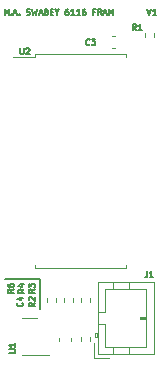
<source format=gbr>
%TF.GenerationSoftware,KiCad,Pcbnew,(6.0.9)*%
%TF.CreationDate,2022-11-12T15:20:29-05:00*%
%TF.ProjectId,6116_FRAM_MOD,36313136-5f46-4524-914d-5f4d4f442e6b,rev?*%
%TF.SameCoordinates,Original*%
%TF.FileFunction,Legend,Top*%
%TF.FilePolarity,Positive*%
%FSLAX46Y46*%
G04 Gerber Fmt 4.6, Leading zero omitted, Abs format (unit mm)*
G04 Created by KiCad (PCBNEW (6.0.9)) date 2022-11-12 15:20:29*
%MOMM*%
%LPD*%
G01*
G04 APERTURE LIST*
%ADD10C,0.127000*%
%ADD11C,0.120000*%
G04 APERTURE END LIST*
D10*
X115951000Y-83058000D02*
X115951000Y-80518000D01*
X115951000Y-80518000D02*
X113030000Y-80518000D01*
X112979502Y-58141809D02*
X112979502Y-57633809D01*
X113148835Y-57996666D01*
X113318169Y-57633809D01*
X113318169Y-58141809D01*
X113560073Y-58093428D02*
X113584264Y-58117619D01*
X113560073Y-58141809D01*
X113535883Y-58117619D01*
X113560073Y-58093428D01*
X113560073Y-58141809D01*
X113777788Y-57996666D02*
X114019692Y-57996666D01*
X113729407Y-58141809D02*
X113898740Y-57633809D01*
X114068073Y-58141809D01*
X114237407Y-58093428D02*
X114261597Y-58117619D01*
X114237407Y-58141809D01*
X114213216Y-58117619D01*
X114237407Y-58093428D01*
X114237407Y-58141809D01*
X114842169Y-58117619D02*
X114914740Y-58141809D01*
X115035692Y-58141809D01*
X115084073Y-58117619D01*
X115108264Y-58093428D01*
X115132454Y-58045047D01*
X115132454Y-57996666D01*
X115108264Y-57948285D01*
X115084073Y-57924095D01*
X115035692Y-57899904D01*
X114938930Y-57875714D01*
X114890550Y-57851523D01*
X114866359Y-57827333D01*
X114842169Y-57778952D01*
X114842169Y-57730571D01*
X114866359Y-57682190D01*
X114890550Y-57658000D01*
X114938930Y-57633809D01*
X115059883Y-57633809D01*
X115132454Y-57658000D01*
X115301788Y-57633809D02*
X115422740Y-58141809D01*
X115519502Y-57778952D01*
X115616264Y-58141809D01*
X115737216Y-57633809D01*
X115906550Y-57996666D02*
X116148454Y-57996666D01*
X115858169Y-58141809D02*
X116027502Y-57633809D01*
X116196835Y-58141809D01*
X116535502Y-57875714D02*
X116608073Y-57899904D01*
X116632264Y-57924095D01*
X116656454Y-57972476D01*
X116656454Y-58045047D01*
X116632264Y-58093428D01*
X116608073Y-58117619D01*
X116559692Y-58141809D01*
X116366169Y-58141809D01*
X116366169Y-57633809D01*
X116535502Y-57633809D01*
X116583883Y-57658000D01*
X116608073Y-57682190D01*
X116632264Y-57730571D01*
X116632264Y-57778952D01*
X116608073Y-57827333D01*
X116583883Y-57851523D01*
X116535502Y-57875714D01*
X116366169Y-57875714D01*
X116874169Y-57875714D02*
X117043502Y-57875714D01*
X117116073Y-58141809D02*
X116874169Y-58141809D01*
X116874169Y-57633809D01*
X117116073Y-57633809D01*
X117430550Y-57899904D02*
X117430550Y-58141809D01*
X117261216Y-57633809D02*
X117430550Y-57899904D01*
X117599883Y-57633809D01*
X118373978Y-57633809D02*
X118277216Y-57633809D01*
X118228835Y-57658000D01*
X118204645Y-57682190D01*
X118156264Y-57754761D01*
X118132073Y-57851523D01*
X118132073Y-58045047D01*
X118156264Y-58093428D01*
X118180454Y-58117619D01*
X118228835Y-58141809D01*
X118325597Y-58141809D01*
X118373978Y-58117619D01*
X118398169Y-58093428D01*
X118422359Y-58045047D01*
X118422359Y-57924095D01*
X118398169Y-57875714D01*
X118373978Y-57851523D01*
X118325597Y-57827333D01*
X118228835Y-57827333D01*
X118180454Y-57851523D01*
X118156264Y-57875714D01*
X118132073Y-57924095D01*
X118906169Y-58141809D02*
X118615883Y-58141809D01*
X118761026Y-58141809D02*
X118761026Y-57633809D01*
X118712645Y-57706380D01*
X118664264Y-57754761D01*
X118615883Y-57778952D01*
X119389978Y-58141809D02*
X119099692Y-58141809D01*
X119244835Y-58141809D02*
X119244835Y-57633809D01*
X119196454Y-57706380D01*
X119148073Y-57754761D01*
X119099692Y-57778952D01*
X119825407Y-57633809D02*
X119728645Y-57633809D01*
X119680264Y-57658000D01*
X119656073Y-57682190D01*
X119607692Y-57754761D01*
X119583502Y-57851523D01*
X119583502Y-58045047D01*
X119607692Y-58093428D01*
X119631883Y-58117619D01*
X119680264Y-58141809D01*
X119777026Y-58141809D01*
X119825407Y-58117619D01*
X119849597Y-58093428D01*
X119873788Y-58045047D01*
X119873788Y-57924095D01*
X119849597Y-57875714D01*
X119825407Y-57851523D01*
X119777026Y-57827333D01*
X119680264Y-57827333D01*
X119631883Y-57851523D01*
X119607692Y-57875714D01*
X119583502Y-57924095D01*
X120647883Y-57875714D02*
X120478550Y-57875714D01*
X120478550Y-58141809D02*
X120478550Y-57633809D01*
X120720454Y-57633809D01*
X121204264Y-58141809D02*
X121034930Y-57899904D01*
X120913978Y-58141809D02*
X120913978Y-57633809D01*
X121107502Y-57633809D01*
X121155883Y-57658000D01*
X121180073Y-57682190D01*
X121204264Y-57730571D01*
X121204264Y-57803142D01*
X121180073Y-57851523D01*
X121155883Y-57875714D01*
X121107502Y-57899904D01*
X120913978Y-57899904D01*
X121397788Y-57996666D02*
X121639692Y-57996666D01*
X121349407Y-58141809D02*
X121518740Y-57633809D01*
X121688073Y-58141809D01*
X121857407Y-58141809D02*
X121857407Y-57633809D01*
X122026740Y-57996666D01*
X122196073Y-57633809D01*
X122196073Y-58141809D01*
X125064761Y-57633809D02*
X125234095Y-58141809D01*
X125403428Y-57633809D01*
X125838857Y-58141809D02*
X125548571Y-58141809D01*
X125693714Y-58141809D02*
X125693714Y-57633809D01*
X125645333Y-57706380D01*
X125596952Y-57754761D01*
X125548571Y-57778952D01*
%TO.C,U2*%
X114293952Y-60935809D02*
X114293952Y-61347047D01*
X114318142Y-61395428D01*
X114342333Y-61419619D01*
X114390714Y-61443809D01*
X114487476Y-61443809D01*
X114535857Y-61419619D01*
X114560047Y-61395428D01*
X114584238Y-61347047D01*
X114584238Y-60935809D01*
X114801952Y-60984190D02*
X114826142Y-60960000D01*
X114874523Y-60935809D01*
X114995476Y-60935809D01*
X115043857Y-60960000D01*
X115068047Y-60984190D01*
X115092238Y-61032571D01*
X115092238Y-61080952D01*
X115068047Y-61153523D01*
X114777761Y-61443809D01*
X115092238Y-61443809D01*
%TO.C,R1*%
X124121333Y-59411809D02*
X123952000Y-59169904D01*
X123831047Y-59411809D02*
X123831047Y-58903809D01*
X124024571Y-58903809D01*
X124072952Y-58928000D01*
X124097142Y-58952190D01*
X124121333Y-59000571D01*
X124121333Y-59073142D01*
X124097142Y-59121523D01*
X124072952Y-59145714D01*
X124024571Y-59169904D01*
X123831047Y-59169904D01*
X124605142Y-59411809D02*
X124314857Y-59411809D01*
X124460000Y-59411809D02*
X124460000Y-58903809D01*
X124411619Y-58976380D01*
X124363238Y-59024761D01*
X124314857Y-59048952D01*
%TO.C,R2*%
X115545809Y-82507666D02*
X115303904Y-82677000D01*
X115545809Y-82797952D02*
X115037809Y-82797952D01*
X115037809Y-82604428D01*
X115062000Y-82556047D01*
X115086190Y-82531857D01*
X115134571Y-82507666D01*
X115207142Y-82507666D01*
X115255523Y-82531857D01*
X115279714Y-82556047D01*
X115303904Y-82604428D01*
X115303904Y-82797952D01*
X115086190Y-82314142D02*
X115062000Y-82289952D01*
X115037809Y-82241571D01*
X115037809Y-82120619D01*
X115062000Y-82072238D01*
X115086190Y-82048047D01*
X115134571Y-82023857D01*
X115182952Y-82023857D01*
X115255523Y-82048047D01*
X115545809Y-82338333D01*
X115545809Y-82023857D01*
%TO.C,J1*%
X125052666Y-79858809D02*
X125052666Y-80221666D01*
X125028476Y-80294238D01*
X124980095Y-80342619D01*
X124907523Y-80366809D01*
X124859142Y-80366809D01*
X125560666Y-80366809D02*
X125270380Y-80366809D01*
X125415523Y-80366809D02*
X125415523Y-79858809D01*
X125367142Y-79931380D01*
X125318761Y-79979761D01*
X125270380Y-80003952D01*
%TO.C,R3*%
X115545809Y-81364666D02*
X115303904Y-81534000D01*
X115545809Y-81654952D02*
X115037809Y-81654952D01*
X115037809Y-81461428D01*
X115062000Y-81413047D01*
X115086190Y-81388857D01*
X115134571Y-81364666D01*
X115207142Y-81364666D01*
X115255523Y-81388857D01*
X115279714Y-81413047D01*
X115303904Y-81461428D01*
X115303904Y-81654952D01*
X115037809Y-81195333D02*
X115037809Y-80880857D01*
X115231333Y-81050190D01*
X115231333Y-80977619D01*
X115255523Y-80929238D01*
X115279714Y-80905047D01*
X115328095Y-80880857D01*
X115449047Y-80880857D01*
X115497428Y-80905047D01*
X115521619Y-80929238D01*
X115545809Y-80977619D01*
X115545809Y-81122761D01*
X115521619Y-81171142D01*
X115497428Y-81195333D01*
%TO.C,U1*%
X113386809Y-86747047D02*
X113798047Y-86747047D01*
X113846428Y-86722857D01*
X113870619Y-86698666D01*
X113894809Y-86650285D01*
X113894809Y-86553523D01*
X113870619Y-86505142D01*
X113846428Y-86480952D01*
X113798047Y-86456761D01*
X113386809Y-86456761D01*
X113894809Y-85948761D02*
X113894809Y-86239047D01*
X113894809Y-86093904D02*
X113386809Y-86093904D01*
X113459380Y-86142285D01*
X113507761Y-86190666D01*
X113531952Y-86239047D01*
%TO.C,R4*%
X114656809Y-81364666D02*
X114414904Y-81534000D01*
X114656809Y-81654952D02*
X114148809Y-81654952D01*
X114148809Y-81461428D01*
X114173000Y-81413047D01*
X114197190Y-81388857D01*
X114245571Y-81364666D01*
X114318142Y-81364666D01*
X114366523Y-81388857D01*
X114390714Y-81413047D01*
X114414904Y-81461428D01*
X114414904Y-81654952D01*
X114318142Y-80929238D02*
X114656809Y-80929238D01*
X114124619Y-81050190D02*
X114487476Y-81171142D01*
X114487476Y-80856666D01*
%TO.C,C3*%
X120184333Y-60633428D02*
X120160142Y-60657619D01*
X120087571Y-60681809D01*
X120039190Y-60681809D01*
X119966619Y-60657619D01*
X119918238Y-60609238D01*
X119894047Y-60560857D01*
X119869857Y-60464095D01*
X119869857Y-60391523D01*
X119894047Y-60294761D01*
X119918238Y-60246380D01*
X119966619Y-60198000D01*
X120039190Y-60173809D01*
X120087571Y-60173809D01*
X120160142Y-60198000D01*
X120184333Y-60222190D01*
X120353666Y-60173809D02*
X120668142Y-60173809D01*
X120498809Y-60367333D01*
X120571380Y-60367333D01*
X120619761Y-60391523D01*
X120643952Y-60415714D01*
X120668142Y-60464095D01*
X120668142Y-60585047D01*
X120643952Y-60633428D01*
X120619761Y-60657619D01*
X120571380Y-60681809D01*
X120426238Y-60681809D01*
X120377857Y-60657619D01*
X120353666Y-60633428D01*
%TO.C,R6*%
X113767809Y-81364666D02*
X113525904Y-81534000D01*
X113767809Y-81654952D02*
X113259809Y-81654952D01*
X113259809Y-81461428D01*
X113284000Y-81413047D01*
X113308190Y-81388857D01*
X113356571Y-81364666D01*
X113429142Y-81364666D01*
X113477523Y-81388857D01*
X113501714Y-81413047D01*
X113525904Y-81461428D01*
X113525904Y-81654952D01*
X113259809Y-80929238D02*
X113259809Y-81026000D01*
X113284000Y-81074380D01*
X113308190Y-81098571D01*
X113380761Y-81146952D01*
X113477523Y-81171142D01*
X113671047Y-81171142D01*
X113719428Y-81146952D01*
X113743619Y-81122761D01*
X113767809Y-81074380D01*
X113767809Y-80977619D01*
X113743619Y-80929238D01*
X113719428Y-80905047D01*
X113671047Y-80880857D01*
X113550095Y-80880857D01*
X113501714Y-80905047D01*
X113477523Y-80929238D01*
X113453333Y-80977619D01*
X113453333Y-81074380D01*
X113477523Y-81122761D01*
X113501714Y-81146952D01*
X113550095Y-81171142D01*
%TO.C,C4*%
X114481428Y-82507666D02*
X114505619Y-82531857D01*
X114529809Y-82604428D01*
X114529809Y-82652809D01*
X114505619Y-82725380D01*
X114457238Y-82773761D01*
X114408857Y-82797952D01*
X114312095Y-82822142D01*
X114239523Y-82822142D01*
X114142761Y-82797952D01*
X114094380Y-82773761D01*
X114046000Y-82725380D01*
X114021809Y-82652809D01*
X114021809Y-82604428D01*
X114046000Y-82531857D01*
X114070190Y-82507666D01*
X114191142Y-82072238D02*
X114529809Y-82072238D01*
X113997619Y-82193190D02*
X114360476Y-82314142D01*
X114360476Y-81999666D01*
D11*
%TO.C,U2*%
X119380000Y-79545000D02*
X123240000Y-79545000D01*
X119380000Y-61425000D02*
X123240000Y-61425000D01*
X123240000Y-61425000D02*
X123240000Y-61670000D01*
X123240000Y-79545000D02*
X123240000Y-79300000D01*
X119380000Y-79545000D02*
X115520000Y-79545000D01*
X115520000Y-79545000D02*
X115520000Y-79300000D01*
X119380000Y-61425000D02*
X115520000Y-61425000D01*
X115520000Y-61670000D02*
X113705000Y-61670000D01*
X115520000Y-61425000D02*
X115520000Y-61670000D01*
%TO.C,R1*%
X125602000Y-59649379D02*
X125602000Y-59984621D01*
X124842000Y-59649379D02*
X124842000Y-59984621D01*
%TO.C,R2*%
X120188866Y-85765621D02*
X120188866Y-85430379D01*
X119428866Y-85765621D02*
X119428866Y-85430379D01*
%TO.C,J1*%
X124982000Y-86235200D02*
X124982000Y-81335200D01*
X120872000Y-85085200D02*
X120672000Y-85085200D01*
X120672000Y-85085200D02*
X120672000Y-85385200D01*
X123482000Y-80725200D02*
X123482000Y-81335200D01*
X124982000Y-81335200D02*
X121482000Y-81335200D01*
X124482000Y-83685200D02*
X124982000Y-83685200D01*
X120572000Y-85895200D02*
X120572000Y-87145200D01*
X123482000Y-86845200D02*
X123482000Y-86235200D01*
X121482000Y-84285200D02*
X121482000Y-86235200D01*
X124982000Y-83885200D02*
X124482000Y-83885200D01*
X121482000Y-86235200D02*
X124982000Y-86235200D01*
X122182000Y-86845200D02*
X122182000Y-86235200D01*
X124482000Y-83885200D02*
X124482000Y-83685200D01*
X125592000Y-86845200D02*
X125592000Y-80725200D01*
X120572000Y-87145200D02*
X121822000Y-87145200D01*
X120872000Y-84285200D02*
X121482000Y-84285200D01*
X125592000Y-80725200D02*
X120872000Y-80725200D01*
X120672000Y-85385200D02*
X120872000Y-85385200D01*
X124982000Y-83785200D02*
X124482000Y-83785200D01*
X120772000Y-85085200D02*
X120772000Y-85385200D01*
X121482000Y-83285200D02*
X120872000Y-83285200D01*
X122182000Y-80725200D02*
X122182000Y-81335200D01*
X120872000Y-86845200D02*
X125592000Y-86845200D01*
X121482000Y-81335200D02*
X121482000Y-83285200D01*
X120872000Y-80725200D02*
X120872000Y-86845200D01*
%TO.C,R3*%
X119428866Y-82463621D02*
X119428866Y-82128379D01*
X120188866Y-82463621D02*
X120188866Y-82128379D01*
%TO.C,U1*%
X115062000Y-86904000D02*
X114412000Y-86904000D01*
X115062000Y-86904000D02*
X116737000Y-86904000D01*
X115062000Y-83784000D02*
X115712000Y-83784000D01*
X115062000Y-83784000D02*
X114412000Y-83784000D01*
%TO.C,R4*%
X118744000Y-82463621D02*
X118744000Y-82128379D01*
X117984000Y-82463621D02*
X117984000Y-82128379D01*
%TO.C,C3*%
X122314580Y-60962000D02*
X122033420Y-60962000D01*
X122314580Y-59942000D02*
X122033420Y-59942000D01*
%TO.C,R6*%
X116587000Y-82463621D02*
X116587000Y-82128379D01*
X117347000Y-82463621D02*
X117347000Y-82128379D01*
%TO.C,C4*%
X118620000Y-85738580D02*
X118620000Y-85457420D01*
X117600000Y-85738580D02*
X117600000Y-85457420D01*
%TD*%
M02*

</source>
